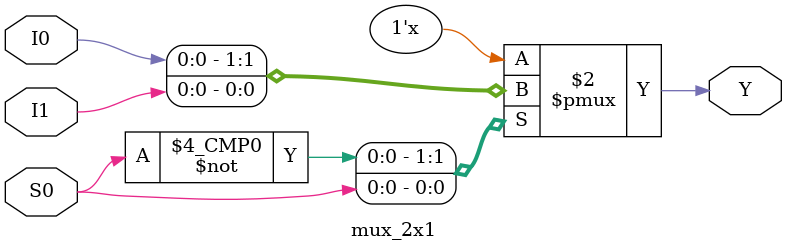
<source format=v>
module mux_4x1(I0,I1,I2,I3,S0,S1,Y);
input I0,I1,I2,I3,S0,S1;
output Y;
wire w1,w2;
mux_2x1 m1(I0,I1,S1,w1);
mux_2x1 m2(I2,I3,S1,w2);
mux_2x1 m3(w1,w2,S0,Y);
endmodule
module mux_2x1(I0,I1,S0,Y);
input I0,I1,S0;
output reg Y;
always @(*)
begin
case(S0)
0:Y=I0;
1:Y=I1;
endcase
end
endmodule

</source>
